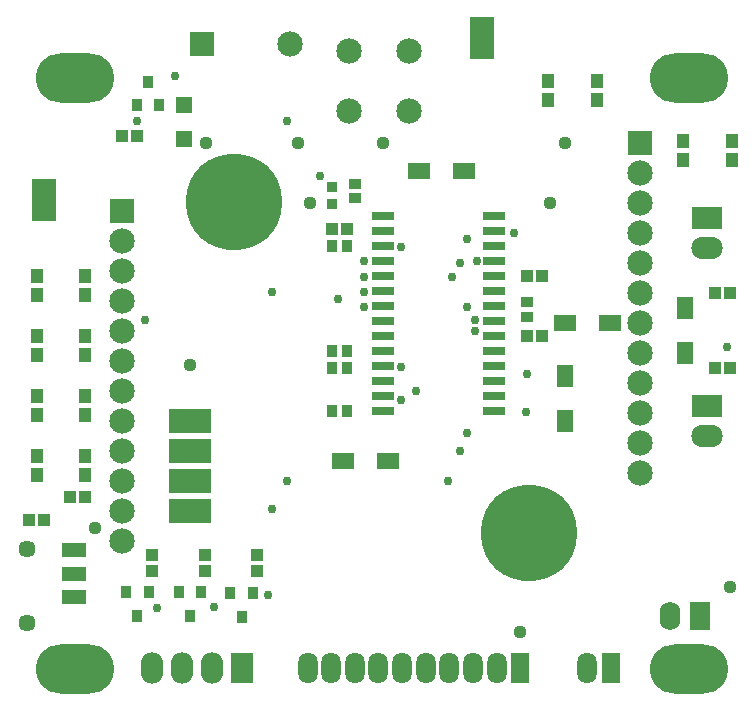
<source format=gts>
G04*
G04 #@! TF.GenerationSoftware,Altium Limited,Altium Designer,22.7.1 (60)*
G04*
G04 Layer_Color=65280*
%FSLAX44Y44*%
%MOMM*%
G71*
G04*
G04 #@! TF.SameCoordinates,19F2358B-4240-49B2-A54B-8FB7877D19E4*
G04*
G04*
G04 #@! TF.FilePolarity,Negative*
G04*
G01*
G75*
%ADD33R,3.6500X2.0500*%
%ADD34R,1.3500X1.3500*%
%ADD35R,1.3500X1.3500*%
%ADD36R,1.9000X0.7300*%
G04:AMPARAMS|DCode=37|XSize=1.9mm|YSize=0.73mm|CornerRadius=0.191mm|HoleSize=0mm|Usage=FLASHONLY|Rotation=0.000|XOffset=0mm|YOffset=0mm|HoleType=Round|Shape=RoundedRectangle|*
%AMROUNDEDRECTD37*
21,1,1.9000,0.3480,0,0,0.0*
21,1,1.5180,0.7300,0,0,0.0*
1,1,0.3820,0.7590,-0.1740*
1,1,0.3820,-0.7590,-0.1740*
1,1,0.3820,-0.7590,0.1740*
1,1,0.3820,0.7590,0.1740*
%
%ADD37ROUNDEDRECTD37*%
%ADD38R,1.0000X1.1000*%
%ADD39R,1.1000X1.2000*%
%ADD40R,2.0500X3.6500*%
%ADD41R,0.9500X1.0500*%
%ADD42R,0.9500X1.0500*%
%ADD43R,1.9500X1.4500*%
%ADD44R,1.0500X0.9500*%
%ADD45R,1.4500X1.9500*%
%ADD46R,0.9500X0.9500*%
%ADD47R,1.1000X1.0000*%
%ADD48R,2.0500X1.1500*%
%ADD49C,2.1500*%
%ADD50R,2.1500X2.1500*%
%ADD51C,8.1500*%
%ADD52R,2.6500X1.9000*%
%ADD53O,2.6500X1.9000*%
%ADD54O,1.9000X2.6500*%
%ADD55R,1.9000X2.6500*%
%ADD56O,1.6500X2.6500*%
%ADD57R,1.6500X2.6500*%
%ADD58C,1.4500*%
%ADD59O,6.6500X4.1500*%
%ADD60O,1.7500X2.4000*%
%ADD61R,1.7500X2.4000*%
%ADD62C,1.1152*%
%ADD63C,0.7596*%
D33*
X152400Y178750D02*
D03*
Y204150D02*
D03*
Y229550D02*
D03*
Y254950D02*
D03*
D34*
X147320Y521950D02*
D03*
D35*
Y493350D02*
D03*
D36*
X316249Y428035D02*
D03*
D37*
Y415335D02*
D03*
Y402635D02*
D03*
Y389935D02*
D03*
Y377235D02*
D03*
Y364535D02*
D03*
Y351835D02*
D03*
Y339135D02*
D03*
Y326435D02*
D03*
Y313735D02*
D03*
Y301035D02*
D03*
Y288335D02*
D03*
Y275635D02*
D03*
Y262935D02*
D03*
X410049D02*
D03*
Y275635D02*
D03*
Y288335D02*
D03*
Y301035D02*
D03*
Y313735D02*
D03*
Y326435D02*
D03*
Y339135D02*
D03*
Y351835D02*
D03*
Y364535D02*
D03*
Y377235D02*
D03*
Y389935D02*
D03*
Y402635D02*
D03*
Y415335D02*
D03*
Y428035D02*
D03*
D38*
X29210Y171130D02*
D03*
X16210D02*
D03*
X95100Y496250D02*
D03*
X108100D02*
D03*
X438000Y326576D02*
D03*
X451000D02*
D03*
X63650Y190180D02*
D03*
X50650D02*
D03*
X272900Y417510D02*
D03*
X285900D02*
D03*
X438000Y377376D02*
D03*
X451000D02*
D03*
X609750Y299400D02*
D03*
X596750D02*
D03*
X596750Y362900D02*
D03*
X609750D02*
D03*
D39*
X63682Y208868D02*
D03*
X22682D02*
D03*
X63682Y224868D02*
D03*
X22682D02*
D03*
X63682Y259668D02*
D03*
X22682D02*
D03*
X63682Y275668D02*
D03*
X22682D02*
D03*
X22678Y377232D02*
D03*
X63678D02*
D03*
X22678Y361232D02*
D03*
X63678D02*
D03*
X611053Y475568D02*
D03*
X570052D02*
D03*
X611053Y491568D02*
D03*
X570052D02*
D03*
X22682Y326468D02*
D03*
X63682D02*
D03*
X22682Y310468D02*
D03*
X63682D02*
D03*
X455752Y542368D02*
D03*
X496753D02*
D03*
X455752Y526368D02*
D03*
X496753D02*
D03*
D40*
X29210Y441640D02*
D03*
X400050Y578800D02*
D03*
D41*
X116840Y541970D02*
D03*
X126340Y521970D02*
D03*
X107340D02*
D03*
X205740Y108900D02*
D03*
X186740D02*
D03*
X196240Y88900D02*
D03*
X161900Y109850D02*
D03*
X142900D02*
D03*
X152400Y89850D02*
D03*
X117450Y109850D02*
D03*
X98450D02*
D03*
X107950Y89850D02*
D03*
D42*
X285676Y263487D02*
D03*
X273176D02*
D03*
X273150Y402600D02*
D03*
X285650D02*
D03*
X285676Y314287D02*
D03*
X273176D02*
D03*
X285650Y299400D02*
D03*
X273150D02*
D03*
D43*
X346760Y466090D02*
D03*
X384760D02*
D03*
X469950Y337500D02*
D03*
X507950D02*
D03*
X281990Y220660D02*
D03*
X319990D02*
D03*
D44*
X438150Y355180D02*
D03*
Y342680D02*
D03*
X292100Y443010D02*
D03*
Y455510D02*
D03*
D45*
X469900Y293000D02*
D03*
Y255000D02*
D03*
X571500Y312150D02*
D03*
Y350150D02*
D03*
D46*
X273128Y453013D02*
D03*
Y438013D02*
D03*
D47*
X209550Y127800D02*
D03*
Y140800D02*
D03*
X165100Y127800D02*
D03*
Y140800D02*
D03*
X120650Y127800D02*
D03*
Y140800D02*
D03*
D48*
X54710Y145250D02*
D03*
Y125250D02*
D03*
Y105250D02*
D03*
D49*
X337820Y516890D02*
D03*
Y567690D02*
D03*
X287020D02*
D03*
Y516890D02*
D03*
X237490Y574040D02*
D03*
X533400Y210500D02*
D03*
Y235900D02*
D03*
Y261300D02*
D03*
Y286700D02*
D03*
Y312100D02*
D03*
Y337500D02*
D03*
Y362900D02*
D03*
Y388300D02*
D03*
Y413700D02*
D03*
Y439100D02*
D03*
Y464500D02*
D03*
X95250Y153350D02*
D03*
Y178750D02*
D03*
Y204150D02*
D03*
Y229550D02*
D03*
Y254950D02*
D03*
Y280350D02*
D03*
Y305750D02*
D03*
Y331150D02*
D03*
Y356550D02*
D03*
Y381950D02*
D03*
Y407350D02*
D03*
D50*
X162560Y574040D02*
D03*
X533400Y489900D02*
D03*
X95250Y432750D02*
D03*
D51*
X440000Y160000D02*
D03*
X190000Y440000D02*
D03*
D52*
X590550Y267650D02*
D03*
Y426400D02*
D03*
D53*
Y242250D02*
D03*
Y401000D02*
D03*
D54*
X146050Y45400D02*
D03*
X171450D02*
D03*
X120650D02*
D03*
D55*
X196850D02*
D03*
D56*
X292100D02*
D03*
X352100D02*
D03*
X372100D02*
D03*
X392100D02*
D03*
X412100D02*
D03*
X332100D02*
D03*
X312100D02*
D03*
X272100D02*
D03*
X252100D02*
D03*
X488950D02*
D03*
D57*
X432100D02*
D03*
X508950D02*
D03*
D58*
X14210Y146500D02*
D03*
Y84000D02*
D03*
D59*
X575000Y545000D02*
D03*
X55000D02*
D03*
Y45000D02*
D03*
X575000D02*
D03*
D60*
X558950Y89910D02*
D03*
D61*
X584350D02*
D03*
D62*
X71969Y163988D02*
D03*
X457200Y439100D02*
D03*
X166370Y489900D02*
D03*
X243840D02*
D03*
X254000Y439100D02*
D03*
X152400Y301940D02*
D03*
X469900Y489900D02*
D03*
X316230Y489900D02*
D03*
X431800Y75880D02*
D03*
X609600Y113980D02*
D03*
D63*
X607060Y317279D02*
D03*
X299903Y389753D02*
D03*
X139700Y547050D02*
D03*
X331470Y272730D02*
D03*
X218440Y107630D02*
D03*
X331470Y300670D02*
D03*
X387350Y408620D02*
D03*
X344170Y280350D02*
D03*
X299720Y376870D02*
D03*
X381000Y229550D02*
D03*
X234950Y508950D02*
D03*
X172720Y97470D02*
D03*
X381000Y388300D02*
D03*
X436880Y262570D02*
D03*
X370840Y204150D02*
D03*
X438150Y294320D02*
D03*
X393700Y340040D02*
D03*
X387350Y244790D02*
D03*
X262890Y461960D02*
D03*
X107442Y508950D02*
D03*
X114300Y340040D02*
D03*
X278130Y357820D02*
D03*
X395335Y389935D02*
D03*
X299720Y351470D02*
D03*
X234950Y204150D02*
D03*
X393700Y331150D02*
D03*
X331470Y402270D02*
D03*
X387350Y351470D02*
D03*
X299720Y364170D02*
D03*
X426720Y413700D02*
D03*
X222250Y180020D02*
D03*
X124460Y96200D02*
D03*
X374650Y376870D02*
D03*
X222250Y364170D02*
D03*
M02*

</source>
